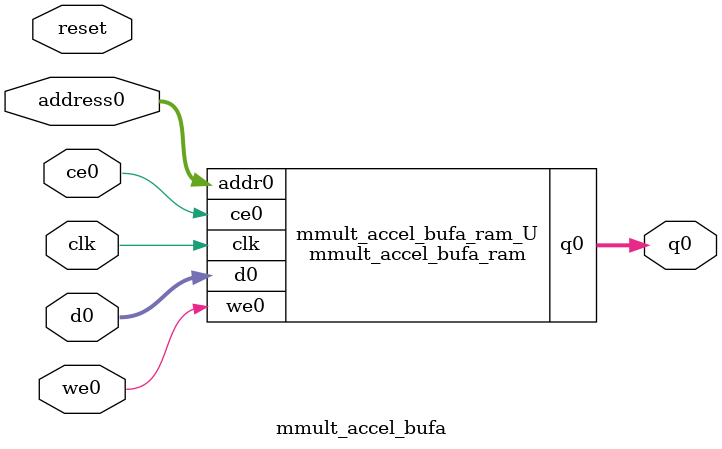
<source format=v>

`timescale 1 ns / 1 ps
module mmult_accel_bufa_ram (addr0, ce0, d0, we0, q0,  clk);

parameter DWIDTH = 32;
parameter AWIDTH = 16;
parameter MEM_SIZE = 65536;

input[AWIDTH-1:0] addr0;
input ce0;
input[DWIDTH-1:0] d0;
input we0;
output reg[DWIDTH-1:0] q0;
input clk;

(* ram_style = "block" *)reg [DWIDTH-1:0] ram[0:MEM_SIZE-1];




always @(posedge clk)  
begin 
    if (ce0) 
    begin
        if (we0) 
        begin 
            ram[addr0] <= d0; 
            q0 <= d0;
        end 
        else 
            q0 <= ram[addr0];
    end
end


endmodule


`timescale 1 ns / 1 ps
module mmult_accel_bufa(
    reset,
    clk,
    address0,
    ce0,
    we0,
    d0,
    q0);

parameter DataWidth = 32'd32;
parameter AddressRange = 32'd65536;
parameter AddressWidth = 32'd16;
input reset;
input clk;
input[AddressWidth - 1:0] address0;
input ce0;
input we0;
input[DataWidth - 1:0] d0;
output[DataWidth - 1:0] q0;



mmult_accel_bufa_ram mmult_accel_bufa_ram_U(
    .clk( clk ),
    .addr0( address0 ),
    .ce0( ce0 ),
    .d0( d0 ),
    .we0( we0 ),
    .q0( q0 ));

endmodule


</source>
